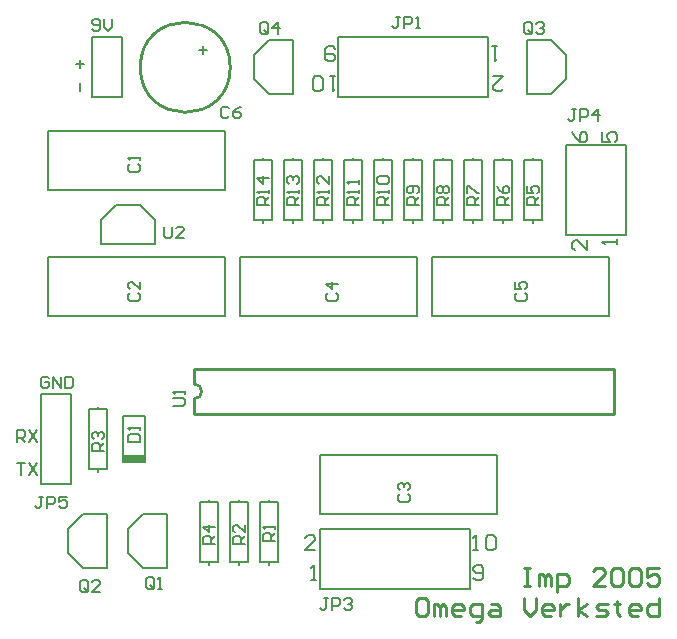
<source format=gto>
%FSLAX42Y42*%
%MOMM*%
G71*
G01*
G75*
%ADD10C,1.00*%
%ADD11C,0.25*%
%ADD12C,0.51*%
%ADD13C,0.41*%
%ADD14C,2.10*%
%ADD15C,1.50*%
%ADD16C,1.30*%
%ADD17R,1.50X1.50*%
%ADD18C,1.40*%
%ADD19O,1.57X2.03*%
%ADD20R,1.57X2.03*%
%ADD21C,1.78*%
%ADD22C,0.15*%
%ADD23C,0.20*%
%ADD24C,0.20*%
%ADD25R,1.90X0.80*%
D11*
X5664Y7683D02*
G03*
X5664Y7811I0J63D01*
G01*
X5969Y10490D02*
G03*
X5969Y10490I-381J0D01*
G01*
X5664Y7557D02*
Y7683D01*
Y7811D02*
Y7938D01*
X9220D01*
Y7557D02*
Y7938D01*
X5664Y7557D02*
X9220D01*
X7620Y5994D02*
X7569D01*
X7544Y5969D01*
Y5867D01*
X7569Y5842D01*
X7620D01*
X7645Y5867D01*
Y5969D01*
X7620Y5994D01*
X7696Y5842D02*
Y5944D01*
X7722D01*
X7747Y5918D01*
Y5842D01*
Y5918D01*
X7772Y5944D01*
X7798Y5918D01*
Y5842D01*
X7925D02*
X7874D01*
X7849Y5867D01*
Y5918D01*
X7874Y5944D01*
X7925D01*
X7950Y5918D01*
Y5893D01*
X7849D01*
X8052Y5791D02*
X8077D01*
X8102Y5817D01*
Y5944D01*
X8026D01*
X8001Y5918D01*
Y5867D01*
X8026Y5842D01*
X8102D01*
X8179Y5944D02*
X8229D01*
X8255Y5918D01*
Y5842D01*
X8179D01*
X8153Y5867D01*
X8179Y5893D01*
X8255D01*
X8458Y5994D02*
Y5893D01*
X8509Y5842D01*
X8559Y5893D01*
Y5994D01*
X8686Y5842D02*
X8636D01*
X8610Y5867D01*
Y5918D01*
X8636Y5944D01*
X8686D01*
X8712Y5918D01*
Y5893D01*
X8610D01*
X8763Y5944D02*
Y5842D01*
Y5893D01*
X8788Y5918D01*
X8813Y5944D01*
X8839D01*
X8915Y5842D02*
Y5994D01*
Y5893D02*
X8991Y5944D01*
X8915Y5893D02*
X8991Y5842D01*
X9067D02*
X9143D01*
X9169Y5867D01*
X9143Y5893D01*
X9093D01*
X9067Y5918D01*
X9093Y5944D01*
X9169D01*
X9245Y5969D02*
Y5944D01*
X9220D01*
X9270D01*
X9245D01*
Y5867D01*
X9270Y5842D01*
X9423D02*
X9372D01*
X9347Y5867D01*
Y5918D01*
X9372Y5944D01*
X9423D01*
X9448Y5918D01*
Y5893D01*
X9347D01*
X9601Y5994D02*
Y5842D01*
X9524D01*
X9499Y5867D01*
Y5918D01*
X9524Y5944D01*
X9601D01*
X8458Y6248D02*
X8509D01*
X8484D01*
Y6096D01*
X8458D01*
X8509D01*
X8585D02*
Y6198D01*
X8611D01*
X8636Y6172D01*
Y6096D01*
Y6172D01*
X8661Y6198D01*
X8687Y6172D01*
Y6096D01*
X8738Y6045D02*
Y6198D01*
X8814D01*
X8839Y6172D01*
Y6121D01*
X8814Y6096D01*
X8738D01*
X9144D02*
X9042D01*
X9144Y6198D01*
Y6223D01*
X9118Y6248D01*
X9068D01*
X9042Y6223D01*
X9195D02*
X9220Y6248D01*
X9271D01*
X9296Y6223D01*
Y6121D01*
X9271Y6096D01*
X9220D01*
X9195Y6121D01*
Y6223D01*
X9347D02*
X9372Y6248D01*
X9423D01*
X9448Y6223D01*
Y6121D01*
X9423Y6096D01*
X9372D01*
X9347Y6121D01*
Y6223D01*
X9601Y6248D02*
X9499D01*
Y6172D01*
X9550Y6198D01*
X9575D01*
X9601Y6172D01*
Y6121D01*
X9575Y6096D01*
X9525D01*
X9499Y6121D01*
D23*
X4674Y9453D02*
X5674D01*
X4674Y9953D02*
X5674D01*
Y9453D02*
X5924D01*
Y9953D01*
X5674D02*
X5924D01*
X4424Y9453D02*
X4674D01*
X4424D02*
Y9953D01*
X4674D01*
Y8386D02*
X5674D01*
X4674Y8886D02*
X5674D01*
Y8386D02*
X5924D01*
Y8886D01*
X5674D02*
X5924D01*
X4424Y8386D02*
X4674D01*
X4424D02*
Y8886D01*
X4674D01*
X6976Y7210D02*
X7976D01*
X6976Y6710D02*
X7976D01*
X6726Y7210D02*
X6976D01*
X6726Y6710D02*
Y7210D01*
Y6710D02*
X6976D01*
X7976Y7210D02*
X8226D01*
Y6710D02*
Y7210D01*
X7976Y6710D02*
X8226D01*
X6299Y8386D02*
X7299D01*
X6299Y8886D02*
X7299D01*
Y8386D02*
X7549D01*
Y8886D01*
X7299D02*
X7549D01*
X6049Y8386D02*
X6299D01*
X6049D02*
Y8886D01*
X6299D01*
X7925Y8386D02*
X8925D01*
X7925Y8886D02*
X8925D01*
Y8386D02*
X9175D01*
Y8886D01*
X8925D02*
X9175D01*
X7675Y8386D02*
X7925D01*
X7675D02*
Y8886D01*
X7925D01*
X6883Y10236D02*
Y10744D01*
X8153Y10236D02*
Y10744D01*
X6883Y10236D02*
X8153D01*
X6883Y10744D02*
X8153D01*
X8204Y9703D02*
X8280D01*
X8204Y9195D02*
Y9703D01*
Y9195D02*
X8357D01*
Y9703D01*
X8280D02*
X8357D01*
X8280Y9172D02*
Y9195D01*
Y9703D02*
Y9726D01*
X8458Y9703D02*
X8534D01*
X8458Y9195D02*
Y9703D01*
Y9195D02*
X8611D01*
Y9703D01*
X8534D02*
X8611D01*
X8534Y9172D02*
Y9195D01*
Y9703D02*
Y9726D01*
X7950Y9703D02*
X8026D01*
X7950Y9195D02*
Y9703D01*
Y9195D02*
X8103D01*
Y9703D01*
X8026D02*
X8103D01*
X8026Y9172D02*
Y9195D01*
Y9703D02*
Y9726D01*
X4801Y10744D02*
X5055D01*
Y10236D02*
Y10744D01*
X4801Y10236D02*
X5055D01*
X4801D02*
Y10744D01*
X7696Y9703D02*
X7772D01*
X7696Y9195D02*
Y9703D01*
Y9195D02*
X7849D01*
Y9703D01*
X7772D02*
X7849D01*
X7772Y9172D02*
Y9195D01*
Y9703D02*
Y9726D01*
X7442Y9703D02*
X7518D01*
X7442Y9195D02*
Y9703D01*
Y9195D02*
X7595D01*
Y9703D01*
X7518D02*
X7595D01*
X7518Y9172D02*
Y9195D01*
Y9703D02*
Y9726D01*
X7188Y9703D02*
X7264D01*
X7188Y9195D02*
Y9703D01*
Y9195D02*
X7341D01*
Y9703D01*
X7264D02*
X7341D01*
X7264Y9172D02*
Y9195D01*
Y9703D02*
Y9726D01*
X6934Y9703D02*
X7010D01*
X6934Y9195D02*
Y9703D01*
Y9195D02*
X7087D01*
Y9703D01*
X7010D02*
X7087D01*
X7010Y9172D02*
Y9195D01*
Y9703D02*
Y9726D01*
X6680Y9703D02*
X6756D01*
X6680Y9195D02*
Y9703D01*
Y9195D02*
X6833D01*
Y9703D01*
X6756D02*
X6833D01*
X6756Y9172D02*
Y9195D01*
Y9703D02*
Y9726D01*
X6426Y9703D02*
X6502D01*
X6426Y9195D02*
Y9703D01*
Y9195D02*
X6579D01*
Y9703D01*
X6502D02*
X6579D01*
X6502Y9172D02*
Y9195D01*
Y9703D02*
Y9726D01*
X6172Y9703D02*
X6248D01*
X6172Y9195D02*
Y9703D01*
Y9195D02*
X6325D01*
Y9703D01*
X6248D02*
X6325D01*
X6248Y9172D02*
Y9195D01*
Y9703D02*
Y9726D01*
X5969Y6807D02*
X6045D01*
X5969Y6299D02*
Y6807D01*
Y6299D02*
X6121D01*
Y6807D01*
X6045D02*
X6121D01*
X6045Y6276D02*
Y6299D01*
Y6807D02*
Y6830D01*
X5715Y6807D02*
X5791D01*
X5715Y6299D02*
Y6807D01*
Y6299D02*
X5867D01*
Y6807D01*
X5791D02*
X5867D01*
X5791Y6276D02*
Y6299D01*
Y6807D02*
Y6830D01*
X9322Y9343D02*
Y9830D01*
Y9068D02*
Y9830D01*
X8814Y9068D02*
Y9830D01*
Y9068D02*
X9322D01*
X8814Y9830D02*
X9322D01*
X6731Y6071D02*
X8001D01*
X6731Y6579D02*
X8001D01*
X6731Y6071D02*
Y6579D01*
X8001Y6071D02*
Y6579D01*
X6299Y6276D02*
Y6299D01*
Y6807D02*
Y6830D01*
X6223Y6299D02*
X6299D01*
X6223D02*
Y6807D01*
X6375D01*
Y6299D02*
Y6807D01*
X6299Y6299D02*
X6375D01*
X4623Y6960D02*
Y7722D01*
X4369D02*
X4623D01*
X4369Y6960D02*
Y7722D01*
Y6960D02*
X4623D01*
X5061Y7536D02*
X5251D01*
Y7146D02*
Y7536D01*
X5061Y7146D02*
Y7536D01*
X4851Y7064D02*
Y7087D01*
Y7595D02*
Y7617D01*
X4775Y7087D02*
X4851D01*
X4775D02*
Y7595D01*
X4928D01*
Y7087D02*
Y7595D01*
X4851Y7087D02*
X4928D01*
X4166Y7315D02*
Y7415D01*
X4216D01*
X4232Y7399D01*
Y7365D01*
X4216Y7349D01*
X4166D01*
X4199D02*
X4232Y7315D01*
X4266Y7415D02*
X4332Y7315D01*
Y7415D02*
X4266Y7315D01*
X4435Y7856D02*
X4419Y7872D01*
X4385D01*
X4369Y7856D01*
Y7789D01*
X4385Y7772D01*
X4419D01*
X4435Y7789D01*
Y7822D01*
X4402D01*
X4469Y7772D02*
Y7872D01*
X4535Y7772D01*
Y7872D01*
X4569D02*
Y7772D01*
X4619D01*
X4635Y7789D01*
Y7856D01*
X4619Y7872D01*
X4569D01*
X4166Y7136D02*
X4232D01*
X4199D01*
Y7036D01*
X4266Y7136D02*
X4332Y7036D01*
Y7136D02*
X4266Y7036D01*
X6290Y10786D02*
Y10853D01*
X6273Y10870D01*
X6240D01*
X6223Y10853D01*
Y10786D01*
X6240Y10770D01*
X6273D01*
X6256Y10803D02*
X6290Y10770D01*
X6273D02*
X6290Y10786D01*
X6373Y10770D02*
Y10870D01*
X6323Y10820D01*
X6390D01*
X5410Y9142D02*
Y9059D01*
X5427Y9042D01*
X5460D01*
X5477Y9059D01*
Y9142D01*
X5577Y9042D02*
X5510D01*
X5577Y9109D01*
Y9126D01*
X5560Y9142D01*
X5527D01*
X5510Y9126D01*
X5488Y7620D02*
X5571D01*
X5588Y7637D01*
Y7670D01*
X5571Y7687D01*
X5488D01*
X5588Y7720D02*
Y7753D01*
Y7737D01*
X5488D01*
X5505Y7720D01*
X8525Y10786D02*
Y10853D01*
X8508Y10870D01*
X8475D01*
X8458Y10853D01*
Y10786D01*
X8475Y10770D01*
X8508D01*
X8492Y10803D02*
X8525Y10770D01*
X8508D02*
X8525Y10786D01*
X8558Y10853D02*
X8575Y10870D01*
X8608D01*
X8625Y10853D01*
Y10836D01*
X8608Y10820D01*
X8591D01*
X8608D01*
X8625Y10803D01*
Y10786D01*
X8608Y10770D01*
X8575D01*
X8558Y10786D01*
X4766Y6062D02*
Y6129D01*
X4749Y6145D01*
X4716D01*
X4699Y6129D01*
Y6062D01*
X4716Y6045D01*
X4749D01*
X4732Y6079D02*
X4766Y6045D01*
X4749D02*
X4766Y6062D01*
X4866Y6045D02*
X4799D01*
X4866Y6112D01*
Y6129D01*
X4849Y6145D01*
X4816D01*
X4799Y6129D01*
X5324Y6087D02*
Y6154D01*
X5308Y6171D01*
X5274D01*
X5258Y6154D01*
Y6087D01*
X5274Y6071D01*
X5308D01*
X5291Y6104D02*
X5324Y6071D01*
X5308D02*
X5324Y6087D01*
X5358Y6071D02*
X5391D01*
X5374D01*
Y6171D01*
X5358Y6154D01*
X8896Y10136D02*
X8862D01*
X8879D01*
Y10052D01*
X8862Y10036D01*
X8846D01*
X8829Y10052D01*
X8929Y10036D02*
Y10136D01*
X8979D01*
X8996Y10119D01*
Y10086D01*
X8979Y10069D01*
X8929D01*
X9079Y10036D02*
Y10136D01*
X9029Y10086D01*
X9096D01*
X6798Y5993D02*
X6764D01*
X6781D01*
Y5909D01*
X6764Y5893D01*
X6748D01*
X6731Y5909D01*
X6831Y5893D02*
Y5993D01*
X6881D01*
X6898Y5976D01*
Y5943D01*
X6881Y5926D01*
X6831D01*
X6931Y5976D02*
X6948Y5993D01*
X6981D01*
X6998Y5976D01*
Y5959D01*
X6981Y5943D01*
X6964D01*
X6981D01*
X6998Y5926D01*
Y5909D01*
X6981Y5893D01*
X6948D01*
X6931Y5909D01*
X4801Y10812D02*
X4817Y10795D01*
X4851D01*
X4867Y10812D01*
Y10878D01*
X4851Y10895D01*
X4817D01*
X4801Y10878D01*
Y10862D01*
X4817Y10845D01*
X4867D01*
X4901Y10895D02*
Y10828D01*
X4934Y10795D01*
X4967Y10828D01*
Y10895D01*
X7407Y10920D02*
X7374D01*
X7391D01*
Y10837D01*
X7374Y10820D01*
X7357D01*
X7341Y10837D01*
X7441Y10820D02*
Y10920D01*
X7491D01*
X7507Y10904D01*
Y10870D01*
X7491Y10854D01*
X7441D01*
X7541Y10820D02*
X7574D01*
X7557D01*
Y10920D01*
X7541Y10904D01*
X5959Y10142D02*
X5943Y10158D01*
X5909D01*
X5893Y10142D01*
Y10075D01*
X5909Y10058D01*
X5943D01*
X5959Y10075D01*
X6059Y10158D02*
X6026Y10142D01*
X5993Y10108D01*
Y10075D01*
X6009Y10058D01*
X6043D01*
X6059Y10075D01*
Y10092D01*
X6043Y10108D01*
X5993D01*
X8400Y8576D02*
X8384Y8559D01*
Y8526D01*
X8400Y8509D01*
X8467D01*
X8484Y8526D01*
Y8559D01*
X8467Y8576D01*
X8384Y8676D02*
Y8609D01*
X8434D01*
X8417Y8642D01*
Y8659D01*
X8434Y8676D01*
X8467D01*
X8484Y8659D01*
Y8626D01*
X8467Y8609D01*
X6800Y8576D02*
X6783Y8559D01*
Y8526D01*
X6800Y8509D01*
X6867D01*
X6883Y8526D01*
Y8559D01*
X6867Y8576D01*
X6883Y8659D02*
X6783D01*
X6833Y8609D01*
Y8676D01*
X7410Y6874D02*
X7393Y6857D01*
Y6824D01*
X7410Y6807D01*
X7476D01*
X7493Y6824D01*
Y6857D01*
X7476Y6874D01*
X7410Y6907D02*
X7393Y6924D01*
Y6957D01*
X7410Y6974D01*
X7426D01*
X7443Y6957D01*
Y6940D01*
Y6957D01*
X7460Y6974D01*
X7476D01*
X7493Y6957D01*
Y6924D01*
X7476Y6907D01*
X5124Y8576D02*
X5107Y8559D01*
Y8526D01*
X5124Y8509D01*
X5190D01*
X5207Y8526D01*
Y8559D01*
X5190Y8576D01*
X5207Y8676D02*
Y8609D01*
X5140Y8676D01*
X5124D01*
X5107Y8659D01*
Y8626D01*
X5124Y8609D01*
Y9668D02*
X5107Y9651D01*
Y9618D01*
X5124Y9601D01*
X5190D01*
X5207Y9618D01*
Y9651D01*
X5190Y9668D01*
X5207Y9701D02*
Y9734D01*
Y9718D01*
X5107D01*
X5124Y9701D01*
X4385Y6856D02*
X4351D01*
X4368D01*
Y6773D01*
X4351Y6756D01*
X4335D01*
X4318Y6773D01*
X4418Y6756D02*
Y6856D01*
X4468D01*
X4485Y6840D01*
Y6806D01*
X4468Y6790D01*
X4418D01*
X4585Y6856D02*
X4518D01*
Y6806D01*
X4551Y6823D01*
X4568D01*
X4585Y6806D01*
Y6773D01*
X4568Y6756D01*
X4535D01*
X4518Y6773D01*
X6299Y9322D02*
X6199D01*
Y9372D01*
X6216Y9388D01*
X6249D01*
X6266Y9372D01*
Y9322D01*
Y9355D02*
X6299Y9388D01*
Y9422D02*
Y9455D01*
Y9438D01*
X6199D01*
X6216Y9422D01*
X6299Y9555D02*
X6199D01*
X6249Y9505D01*
Y9572D01*
X6553Y9322D02*
X6453D01*
Y9372D01*
X6470Y9388D01*
X6503D01*
X6520Y9372D01*
Y9322D01*
Y9355D02*
X6553Y9388D01*
Y9422D02*
Y9455D01*
Y9438D01*
X6453D01*
X6470Y9422D01*
Y9505D02*
X6453Y9522D01*
Y9555D01*
X6470Y9572D01*
X6487D01*
X6503Y9555D01*
Y9538D01*
Y9555D01*
X6520Y9572D01*
X6537D01*
X6553Y9555D01*
Y9522D01*
X6537Y9505D01*
X6807Y9322D02*
X6707D01*
Y9372D01*
X6724Y9388D01*
X6757D01*
X6774Y9372D01*
Y9322D01*
Y9355D02*
X6807Y9388D01*
Y9422D02*
Y9455D01*
Y9438D01*
X6707D01*
X6724Y9422D01*
X6807Y9572D02*
Y9505D01*
X6741Y9572D01*
X6724D01*
X6707Y9555D01*
Y9522D01*
X6724Y9505D01*
X7061Y9322D02*
X6961D01*
Y9372D01*
X6978Y9388D01*
X7011D01*
X7028Y9372D01*
Y9322D01*
Y9355D02*
X7061Y9388D01*
Y9422D02*
Y9455D01*
Y9438D01*
X6961D01*
X6978Y9422D01*
X7061Y9505D02*
Y9538D01*
Y9522D01*
X6961D01*
X6978Y9505D01*
X7315Y9322D02*
X7215D01*
Y9372D01*
X7232Y9388D01*
X7265D01*
X7282Y9372D01*
Y9322D01*
Y9355D02*
X7315Y9388D01*
Y9422D02*
Y9455D01*
Y9438D01*
X7215D01*
X7232Y9422D01*
Y9505D02*
X7215Y9522D01*
Y9555D01*
X7232Y9572D01*
X7299D01*
X7315Y9555D01*
Y9522D01*
X7299Y9505D01*
X7232D01*
X7569Y9322D02*
X7469D01*
Y9372D01*
X7486Y9388D01*
X7519D01*
X7536Y9372D01*
Y9322D01*
Y9355D02*
X7569Y9388D01*
X7553Y9422D02*
X7569Y9438D01*
Y9472D01*
X7553Y9488D01*
X7486D01*
X7469Y9472D01*
Y9438D01*
X7486Y9422D01*
X7503D01*
X7519Y9438D01*
Y9488D01*
X7823Y9322D02*
X7723D01*
Y9372D01*
X7740Y9388D01*
X7773D01*
X7790Y9372D01*
Y9322D01*
Y9355D02*
X7823Y9388D01*
X7740Y9422D02*
X7723Y9438D01*
Y9472D01*
X7740Y9488D01*
X7757D01*
X7773Y9472D01*
X7790Y9488D01*
X7807D01*
X7823Y9472D01*
Y9438D01*
X7807Y9422D01*
X7790D01*
X7773Y9438D01*
X7757Y9422D01*
X7740D01*
X7773Y9438D02*
Y9472D01*
X8077Y9322D02*
X7977D01*
Y9372D01*
X7994Y9388D01*
X8027D01*
X8044Y9372D01*
Y9322D01*
Y9355D02*
X8077Y9388D01*
X7977Y9422D02*
Y9488D01*
X7994D01*
X8061Y9422D01*
X8077D01*
X8331Y9322D02*
X8231D01*
Y9372D01*
X8248Y9388D01*
X8281D01*
X8298Y9372D01*
Y9322D01*
Y9355D02*
X8331Y9388D01*
X8231Y9488D02*
X8248Y9455D01*
X8281Y9422D01*
X8315D01*
X8331Y9438D01*
Y9472D01*
X8315Y9488D01*
X8298D01*
X8281Y9472D01*
Y9422D01*
X8585Y9322D02*
X8485D01*
Y9372D01*
X8502Y9388D01*
X8535D01*
X8552Y9372D01*
Y9322D01*
Y9355D02*
X8585Y9388D01*
X8485Y9488D02*
Y9422D01*
X8535D01*
X8519Y9455D01*
Y9472D01*
X8535Y9488D01*
X8569D01*
X8585Y9472D01*
Y9438D01*
X8569Y9422D01*
X5842Y6452D02*
X5742D01*
Y6502D01*
X5759Y6518D01*
X5792D01*
X5809Y6502D01*
Y6452D01*
Y6485D02*
X5842Y6518D01*
Y6602D02*
X5742D01*
X5792Y6552D01*
Y6618D01*
X4902Y7239D02*
X4802D01*
Y7289D01*
X4819Y7306D01*
X4852D01*
X4869Y7289D01*
Y7239D01*
Y7272D02*
X4902Y7306D01*
X4819Y7339D02*
X4802Y7356D01*
Y7389D01*
X4819Y7406D01*
X4836D01*
X4852Y7389D01*
Y7372D01*
Y7389D01*
X4869Y7406D01*
X4886D01*
X4902Y7389D01*
Y7356D01*
X4886Y7339D01*
X6096Y6452D02*
X5996D01*
Y6502D01*
X6013Y6518D01*
X6046D01*
X6063Y6502D01*
Y6452D01*
Y6485D02*
X6096Y6518D01*
Y6618D02*
Y6552D01*
X6029Y6618D01*
X6013D01*
X5996Y6602D01*
Y6568D01*
X6013Y6552D01*
X6350Y6477D02*
X6250D01*
Y6527D01*
X6267Y6544D01*
X6300D01*
X6317Y6527D01*
Y6477D01*
Y6510D02*
X6350Y6544D01*
Y6577D02*
Y6610D01*
Y6594D01*
X6250D01*
X6267Y6577D01*
X5107Y7315D02*
X5207D01*
Y7365D01*
X5190Y7382D01*
X5124D01*
X5107Y7365D01*
Y7315D01*
X5207Y7415D02*
Y7448D01*
Y7432D01*
X5107D01*
X5124Y7415D01*
X4700Y10287D02*
Y10354D01*
Y10487D02*
Y10554D01*
X4666Y10520D02*
X4733D01*
X5740Y10668D02*
Y10601D01*
X5773Y10635D02*
X5706D01*
D24*
X8484Y10262D02*
Y10719D01*
X8687D01*
X8814Y10592D01*
Y10389D02*
Y10592D01*
X8687Y10262D02*
X8814Y10389D01*
X8484Y10262D02*
X8687D01*
X6299Y10719D02*
X6502D01*
X6172Y10592D02*
X6299Y10719D01*
X6172Y10389D02*
Y10592D01*
Y10389D02*
X6299Y10262D01*
X6502D01*
Y10719D01*
X5232Y6706D02*
X5436D01*
X5105Y6579D02*
X5232Y6706D01*
X5105Y6375D02*
Y6579D01*
Y6375D02*
X5232Y6248D01*
X5436D01*
Y6706D01*
X4928Y6248D02*
Y6706D01*
X4724Y6248D02*
X4928D01*
X4597Y6375D02*
X4724Y6248D01*
X4597Y6375D02*
Y6579D01*
X4724Y6706D01*
X4928D01*
X5334Y8992D02*
Y9195D01*
X5207Y9322D02*
X5334Y9195D01*
X5004Y9322D02*
X5207D01*
X4877Y9195D02*
X5004Y9322D01*
X4877Y8992D02*
Y9195D01*
Y8992D02*
X5334D01*
X8196Y10414D02*
X8280D01*
X8196Y10329D01*
Y10308D01*
X8217Y10287D01*
X8259D01*
X8280Y10308D01*
X8230Y10668D02*
X8187D01*
X8208D01*
Y10541D01*
X8230Y10562D01*
X6858Y10647D02*
X6837Y10668D01*
X6795D01*
X6773Y10647D01*
Y10562D01*
X6795Y10541D01*
X6837D01*
X6858Y10562D01*
Y10583D01*
X6837Y10605D01*
X6773D01*
X6858Y10414D02*
X6816D01*
X6837D01*
Y10287D01*
X6858Y10308D01*
X6752D02*
X6731Y10287D01*
X6689D01*
X6668Y10308D01*
Y10393D01*
X6689Y10414D01*
X6731D01*
X6752Y10393D01*
Y10308D01*
X9246Y8992D02*
Y9034D01*
Y9013D01*
X9119D01*
X9140Y8992D01*
X8992Y9025D02*
Y8941D01*
X8907Y9025D01*
X8886D01*
X8865Y9004D01*
Y8962D01*
X8886Y8941D01*
X9119Y9940D02*
Y9855D01*
X9182D01*
X9161Y9898D01*
Y9919D01*
X9182Y9940D01*
X9224D01*
X9246Y9919D01*
Y9876D01*
X9224Y9855D01*
X8865Y9940D02*
X8886Y9898D01*
X8928Y9855D01*
X8970D01*
X8992Y9876D01*
Y9919D01*
X8970Y9940D01*
X8949D01*
X8928Y9919D01*
Y9855D01*
X8026Y6401D02*
X8069D01*
X8048D01*
Y6528D01*
X8026Y6507D01*
X8132D02*
X8153Y6528D01*
X8196D01*
X8217Y6507D01*
Y6422D01*
X8196Y6401D01*
X8153D01*
X8132Y6422D01*
Y6507D01*
X8026Y6168D02*
X8048Y6147D01*
X8090D01*
X8111Y6168D01*
Y6253D01*
X8090Y6274D01*
X8048D01*
X8026Y6253D01*
Y6231D01*
X8048Y6210D01*
X8111D01*
X6655Y6147D02*
X6697D01*
X6676D01*
Y6274D01*
X6655Y6253D01*
X6689Y6401D02*
X6604D01*
X6689Y6485D01*
Y6507D01*
X6667Y6528D01*
X6625D01*
X6604Y6507D01*
D25*
X5156Y7176D02*
D03*
M02*

</source>
